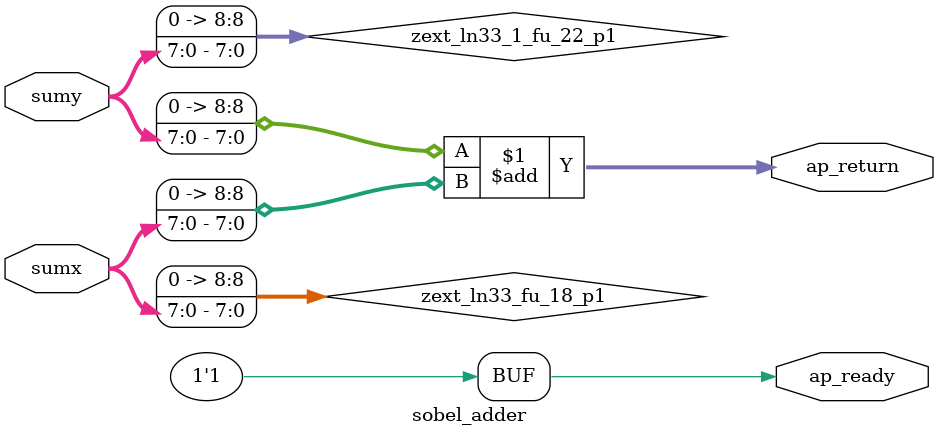
<source format=v>

`timescale 1 ns / 1 ps 

module sobel_adder (
        ap_ready,
        sumx,
        sumy,
        ap_return
);


output   ap_ready;
input  [7:0] sumx;
input  [7:0] sumy;
output  [8:0] ap_return;

wire   [8:0] zext_ln33_1_fu_22_p1;
wire   [8:0] zext_ln33_fu_18_p1;

assign ap_ready = 1'b1;

assign ap_return = (zext_ln33_1_fu_22_p1 + zext_ln33_fu_18_p1);

assign zext_ln33_1_fu_22_p1 = sumy;

assign zext_ln33_fu_18_p1 = sumx;

endmodule //sobel_adder

</source>
